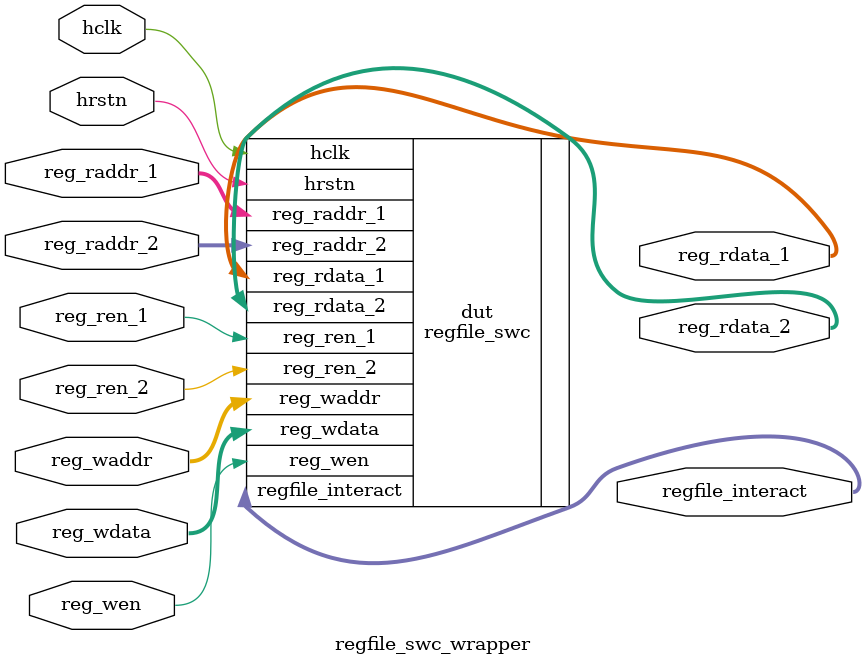
<source format=v>
module regfile_swc_wrapper (
    input hclk,
    input hrstn,
    input [4:0] reg_waddr,
    input [31:0] reg_wdata,
    input reg_wen,
    input [4:0] reg_raddr_1,
    input reg_ren_1,
    input [4:0] reg_raddr_2,
    input reg_ren_2,
    output reg [31:0] reg_rdata_1,
    output reg [31:0] reg_rdata_2,
    output reg [1023:0] regfile_interact
);

    regfile_swc dut (
        .hclk(hclk),
        .hrstn(hrstn),
        .reg_waddr(reg_waddr),
        .reg_wdata(reg_wdata),
        .reg_wen(reg_wen),
        .reg_raddr_1(reg_raddr_1),
        .reg_ren_1(reg_ren_1),
        .reg_raddr_2(reg_raddr_2),
        .reg_ren_2(reg_ren_2),
        .reg_rdata_1(reg_rdata_1),
        .reg_rdata_2(reg_rdata_2),
        .regfile_interact(regfile_interact)
    );
    initial begin
        $dumpfile("./vcds/regfile_swc.vcd");
        $dumpvars(0, regfile_swc_wrapper);
    end
endmodule

</source>
